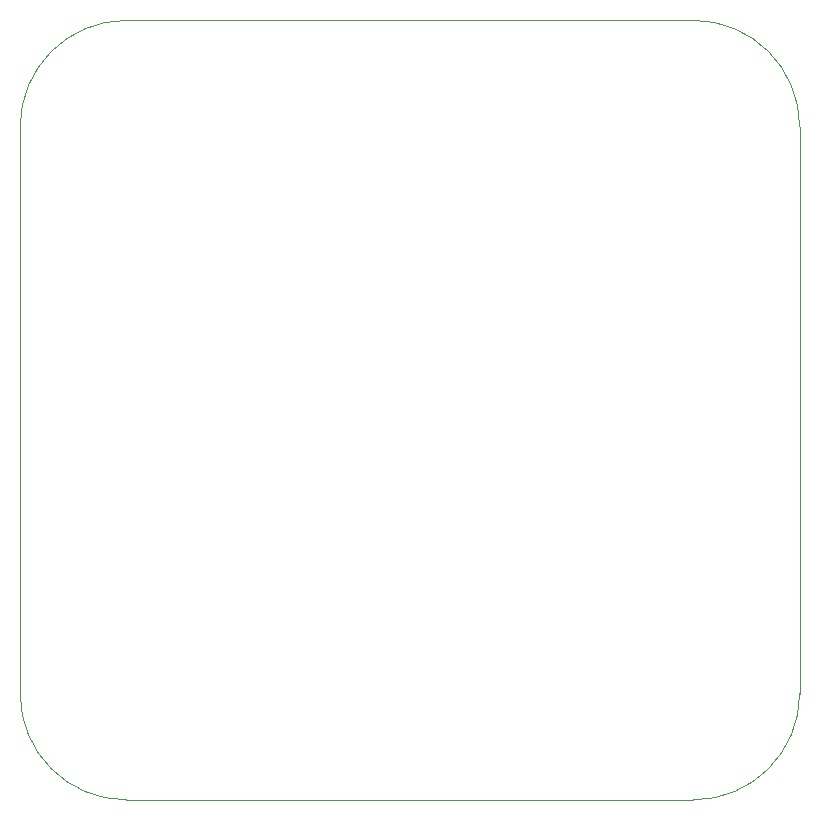
<source format=gbr>
%TF.GenerationSoftware,KiCad,Pcbnew,7.0.2*%
%TF.CreationDate,2023-05-27T17:02:01+02:00*%
%TF.ProjectId,benchpsu_barreljack_adapter,62656e63-6870-4737-955f-62617272656c,rev?*%
%TF.SameCoordinates,Original*%
%TF.FileFunction,Profile,NP*%
%FSLAX46Y46*%
G04 Gerber Fmt 4.6, Leading zero omitted, Abs format (unit mm)*
G04 Created by KiCad (PCBNEW 7.0.2) date 2023-05-27 17:02:01*
%MOMM*%
%LPD*%
G01*
G04 APERTURE LIST*
%TA.AperFunction,Profile*%
%ADD10C,0.100000*%
%TD*%
G04 APERTURE END LIST*
D10*
X128400000Y-68600000D02*
G75*
G03*
X119400000Y-77600000I0J-9000000D01*
G01*
X176400000Y-68600000D02*
X128400000Y-68600000D01*
X119400000Y-125600000D02*
G75*
G03*
X128400000Y-134600000I9000000J0D01*
G01*
X176400000Y-134600000D02*
G75*
G03*
X185400000Y-125600000I0J9000000D01*
G01*
X176400000Y-134600000D02*
X128400000Y-134600000D01*
X119400000Y-77600000D02*
X119400000Y-125600000D01*
X185400000Y-125600000D02*
X185400000Y-77600000D01*
X185400000Y-77600000D02*
G75*
G03*
X176400000Y-68600000I-9000000J0D01*
G01*
M02*

</source>
